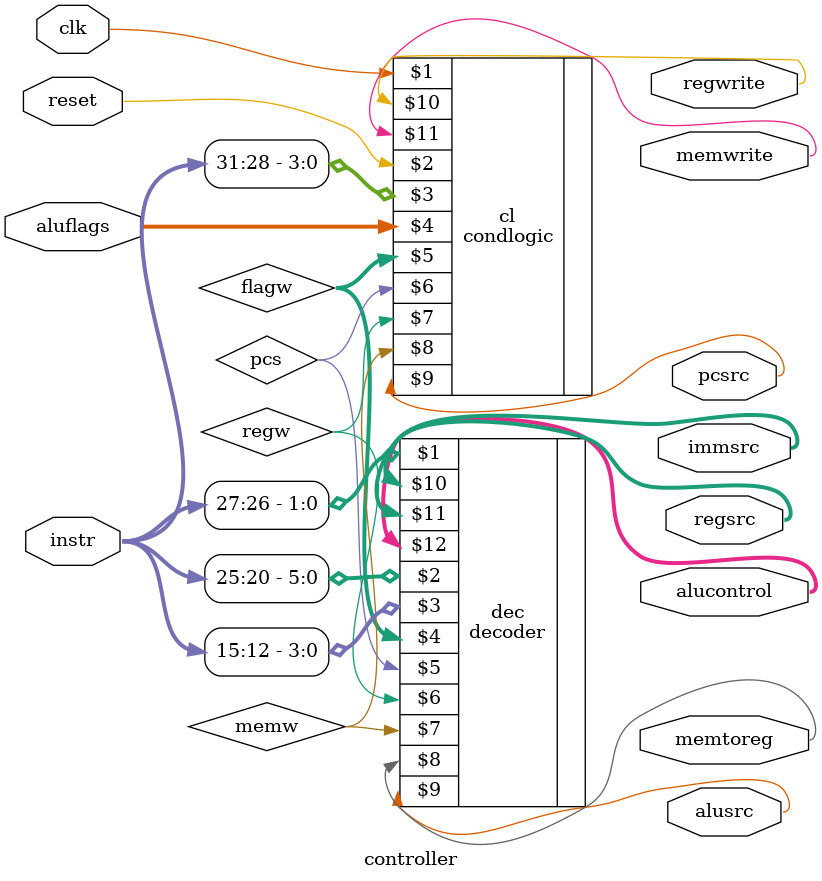
<source format=sv>
module controller(input  logic        clk, reset,
                  input  logic[31:12] instr,
		  input  logic[3:0]   aluflags,
		  output logic[1:0]   regsrc,
		  output logic        regwrite,
		  output logic[1:0]   immsrc,
		  output logic        alusrc,
		  output logic[1:0]   alucontrol,
		  output logic        memwrite, memtoreg,
		  output logic        pcsrc);
		  
logic[1:0]    flagw;
logic         pcs, regw, memw;

decoder dec(instr[27:26], instr[25:20], instr[15:12], flagw, pcs, regw, memw, memtoreg, alusrc, immsrc, regsrc, alucontrol);

condlogic cl(clk, reset, instr[31:28], aluflags, flagw, pcs, regw, memw, pcsrc, regwrite, memwrite);

endmodule

</source>
